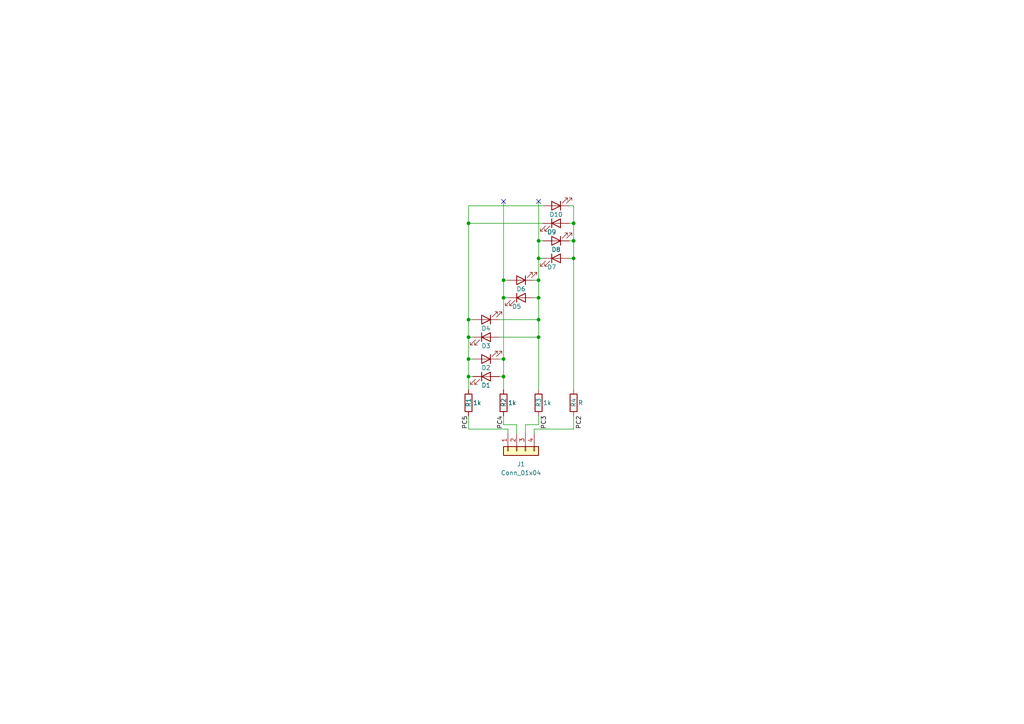
<source format=kicad_sch>
(kicad_sch (version 20211123) (generator eeschema)
  (paper "A4")
  (title_block (title "ATmega328P TQFP with CH340") (company "Nicola Strappazzon C."))
  (lib_symbols
    (symbol "Connector_Generic:Conn_01x04" (pin_names (offset 1.016) hide)
      (property "Reference" "J" (at 0 5.08 0))
      (property "Value" "Conn_01x04" (at 0 -7.62 0))
      (symbol "Conn_01x04_1_1"
        (rectangle (start -1.27 -4.953) (end 0 -5.207) (stroke (width 0.1524)))
        (rectangle (start -1.27 -2.413) (end 0 -2.667) (stroke (width 0.1524)))
        (rectangle (start -1.27 0.127) (end 0 -0.127) (stroke (width 0.1524)))
        (rectangle (start -1.27 2.667) (end 0 2.413) (stroke (width 0.1524)))
        (rectangle (start -1.27 3.81) (end 1.27 -6.35) (stroke (width 0.254)) (fill (type background)))
        (pin passive line (at -5.08 2.54 0) (length 3.81) (name "Pin_1") (number "1"))
        (pin passive line (at -5.08 0 0) (length 3.81) (name "Pin_2") (number "2"))
        (pin passive line (at -5.08 -2.54 0) (length 3.81) (name "Pin_3") (number "3"))
        (pin passive line (at -5.08 -5.08 0) (length 3.81) (name "Pin_4") (number "4"))
      )
    )
    (symbol "Device:LED" (pin_numbers hide) (pin_names (offset 1.016) hide)
      (property "Reference" "D" (at 0 2.54 0))
      (property "Value" "LED" (at 0 -2.54 0))
      (symbol "LED_0_1"
        (polyline (pts (xy -1.27 -1.27) (xy -1.27 1.27)) (stroke (width 0.254)))
        (polyline (pts (xy -1.27 0) (xy 1.27 0)))
        (polyline (pts (xy 1.27 -1.27) (xy 1.27 1.27) (xy -1.27 0) (xy 1.27 -1.27)) (stroke (width 0.254)))
        (polyline (pts (xy -3.048 -0.762) (xy -4.572 -2.286) (xy -3.81 -2.286) (xy -4.572 -2.286) (xy -4.572 -1.524)))
        (polyline (pts (xy -1.778 -0.762) (xy -3.302 -2.286) (xy -2.54 -2.286) (xy -3.302 -2.286) (xy -3.302 -1.524)))
      )
      (symbol "LED_1_1"
        (pin passive line (at -3.81 0 0) (length 2.54) (name "K") (number "1"))
        (pin passive line (at 3.81 0 180) (length 2.54) (name "A") (number "2"))
      )
    )
    (symbol "Device:R" (pin_numbers hide) (pin_names (offset 0))
      (property "Reference" "R" (at 2.032 0 90))
      (property "Value" "R" (at 0 0 90))
      (symbol "R_0_1"
        (rectangle (start -1.016 -2.54) (end 1.016 2.54) (stroke (width 0.254)))
      )
      (symbol "R_1_1"
        (pin passive line (at 0 3.81 270) (length 1.27) (name "~") (number "1"))
        (pin passive line (at 0 -3.81 90) (length 1.27) (name "~") (number "2"))
      )
    )
  )
  (junction (at 135.89 104.14))
  (junction (at 135.89 109.22))
  (junction (at 146.05 86.36))
  (junction (at 166.37 69.85))
  (junction (at 156.21 81.28))
  (junction (at 135.89 92.71))
  (junction (at 156.21 97.79))
  (junction (at 146.05 104.14))
  (junction (at 135.89 64.77))
  (junction (at 156.21 86.36))
  (junction (at 156.21 92.71))
  (junction (at 156.21 74.93))
  (junction (at 156.21 69.85))
  (junction (at 146.05 109.22))
  (junction (at 146.05 81.28))
  (junction (at 166.37 74.93))
  (junction (at 166.37 64.77))
  (junction (at 135.89 97.79))
  (no_connect (at 156.21 58.42))
  (no_connect (at 146.05 58.42))
  (wire (pts (xy 154.94 86.36) (xy 156.21 86.36)))
  (wire (pts (xy 135.89 97.79) (xy 137.16 97.79)))
  (wire (pts (xy 166.37 64.77) (xy 166.37 69.85)))
  (wire (pts (xy 154.94 124.46) (xy 166.37 124.46)))
  (wire (pts (xy 156.21 86.36) (xy 156.21 92.71)))
  (wire (pts (xy 135.89 92.71) (xy 137.16 92.71)))
  (wire (pts (xy 135.89 104.14) (xy 137.16 104.14)))
  (wire (pts (xy 166.37 74.93) (xy 166.37 113.03)))
  (wire (pts (xy 144.78 109.22) (xy 146.05 109.22)))
  (wire (pts (xy 156.21 81.28) (xy 156.21 86.36)))
  (wire (pts (xy 135.89 92.71) (xy 135.89 97.79)))
  (wire (pts (xy 146.05 86.36) (xy 147.32 86.36)))
  (wire (pts (xy 152.4 125.73) (xy 152.4 123.19)))
  (wire (pts (xy 135.89 109.22) (xy 137.16 109.22)))
  (wire (pts (xy 156.21 69.85) (xy 157.48 69.85)))
  (wire (pts (xy 165.1 59.69) (xy 166.37 59.69)))
  (wire (pts (xy 135.89 104.14) (xy 135.89 109.22)))
  (wire (pts (xy 144.78 92.71) (xy 156.21 92.71)))
  (wire (pts (xy 147.32 124.46) (xy 135.89 124.46)))
  (wire (pts (xy 146.05 58.42) (xy 146.05 81.28)))
  (wire (pts (xy 146.05 86.36) (xy 146.05 104.14)))
  (wire (pts (xy 146.05 104.14) (xy 146.05 109.22)))
  (wire (pts (xy 156.21 123.19) (xy 156.21 120.65)))
  (wire (pts (xy 146.05 81.28) (xy 147.32 81.28)))
  (wire (pts (xy 156.21 69.85) (xy 156.21 74.93)))
  (wire (pts (xy 156.21 58.42) (xy 156.21 69.85)))
  (wire (pts (xy 166.37 69.85) (xy 166.37 74.93)))
  (wire (pts (xy 135.89 59.69) (xy 135.89 64.77)))
  (wire (pts (xy 156.21 74.93) (xy 156.21 81.28)))
  (wire (pts (xy 156.21 92.71) (xy 156.21 97.79)))
  (wire (pts (xy 147.32 125.73) (xy 147.32 124.46)))
  (wire (pts (xy 165.1 74.93) (xy 166.37 74.93)))
  (wire (pts (xy 146.05 123.19) (xy 146.05 120.65)))
  (wire (pts (xy 144.78 104.14) (xy 146.05 104.14)))
  (wire (pts (xy 135.89 64.77) (xy 135.89 92.71)))
  (wire (pts (xy 156.21 97.79) (xy 156.21 113.03)))
  (wire (pts (xy 135.89 97.79) (xy 135.89 104.14)))
  (wire (pts (xy 154.94 125.73) (xy 154.94 124.46)))
  (wire (pts (xy 166.37 124.46) (xy 166.37 120.65)))
  (wire (pts (xy 135.89 124.46) (xy 135.89 120.65)))
  (wire (pts (xy 144.78 97.79) (xy 156.21 97.79)))
  (wire (pts (xy 154.94 81.28) (xy 156.21 81.28)))
  (wire (pts (xy 166.37 59.69) (xy 166.37 64.77)))
  (wire (pts (xy 165.1 64.77) (xy 166.37 64.77)))
  (wire (pts (xy 156.21 74.93) (xy 157.48 74.93)))
  (wire (pts (xy 149.86 123.19) (xy 146.05 123.19)))
  (wire (pts (xy 152.4 123.19) (xy 156.21 123.19)))
  (wire (pts (xy 165.1 69.85) (xy 166.37 69.85)))
  (wire (pts (xy 149.86 125.73) (xy 149.86 123.19)))
  (wire (pts (xy 135.89 109.22) (xy 135.89 113.03)))
  (wire (pts (xy 135.89 64.77) (xy 157.48 64.77)))
  (wire (pts (xy 146.05 109.22) (xy 146.05 113.03)))
  (wire (pts (xy 135.89 59.69) (xy 157.48 59.69)))
  (wire (pts (xy 146.05 81.28) (xy 146.05 86.36)))
  (label "PC3" (at 158.75 124.46 90))
  (label "PC2" (at 168.91 124.46 90))
  (label "PC4" (at 146.05 124.46 90))
  (label "PC5" (at 135.89 124.46 90))
  (symbol (lib_id "Device:R") (at 146.05 116.84 180) (unit 1)
    (property "Reference" "R2" (at 146.05 118.11 90) (effects (justify right)))
    (property "Value" "1k" (at 147.32 116.84 0) (effects (justify right)))
  )
  (symbol (lib_id "Device:LED") (at 151.13 81.28 180) (unit 1)
    (property "Reference" "D6" (at 151.13 83.82 0))
    (property "Value" "L1" (effects hide))
  )
  (symbol (lib_id "Device:LED") (at 161.29 64.77 0) (unit 1)
    (property "Reference" "D9" (at 160.02 67.31 0))
    (property "Value" "L2" (effects hide))
  )
  (symbol (lib_id "Device:R") (at 135.89 116.84 180) (unit 1)
    (property "Reference" "R1" (at 135.89 118.11 90) (effects (justify right)))
    (property "Value" "1k" (at 137.16 116.84 0) (effects (justify right)))
  )
  (symbol (lib_id "Device:LED") (at 151.13 86.36 0) (unit 1)
    (property "Reference" "D5" (at 149.86 88.9 0))
    (property "Value" "L2" (effects hide))
  )
  (symbol (lib_id "Device:LED") (at 140.97 109.22 0) (unit 1)
    (property "Reference" "D1" (at 140.97 111.76 0))
    (property "Value" "L2" (effects hide))
  )
  (symbol (lib_id "Device:LED") (at 161.29 74.93 0) (unit 1)
    (property "Reference" "D7" (at 160.02 77.47 0))
    (property "Value" "L2" (effects hide))
  )
  (symbol (lib_id "Device:LED") (at 140.97 97.79 0) (unit 1)
    (property "Reference" "D3" (at 140.97 100.33 0))
    (property "Value" "L2" (effects hide))
  )
  (symbol (lib_id "Device:LED") (at 140.97 104.14 180) (unit 1)
    (property "Reference" "D2" (at 140.97 106.68 0))
    (property "Value" "L1" (effects hide))
  )
  (symbol (lib_id "Device:R") (at 166.37 116.84 180) (unit 1)
    (property "Reference" "R4" (at 166.37 118.11 90) (effects (justify right)))
    (property "Value" "R" (at 167.64 116.84 0) (effects (justify right)))
  )
  (symbol (lib_id "Device:LED") (at 140.97 92.71 180) (unit 1)
    (property "Reference" "D4" (at 140.97 95.25 0))
    (property "Value" "L1" (effects hide))
  )
  (symbol (lib_id "Connector_Generic:Conn_01x04") (at 149.86 130.81 90) (mirror x) (unit 1)
    (property "Reference" "J1" (at 151.13 134.62 90))
    (property "Value" "Conn_01x04" (at 151.13 137.16 90))
  )
  (symbol (lib_id "Device:R") (at 156.21 116.84 180) (unit 1)
    (property "Reference" "R3" (at 156.21 118.11 90) (effects (justify right)))
    (property "Value" "1k" (at 157.48 116.84 0) (effects (justify right)))
  )
  (symbol (lib_id "Device:LED") (at 161.29 69.85 180) (unit 1)
    (property "Reference" "D8" (at 161.29 72.39 0))
    (property "Value" "L1" (effects hide))
  )
  (symbol (lib_id "Device:LED") (at 161.29 59.69 180) (unit 1)
    (property "Reference" "D10" (at 161.29 62.23 0))
    (property "Value" "L1" (effects hide))
  )
)
</source>
